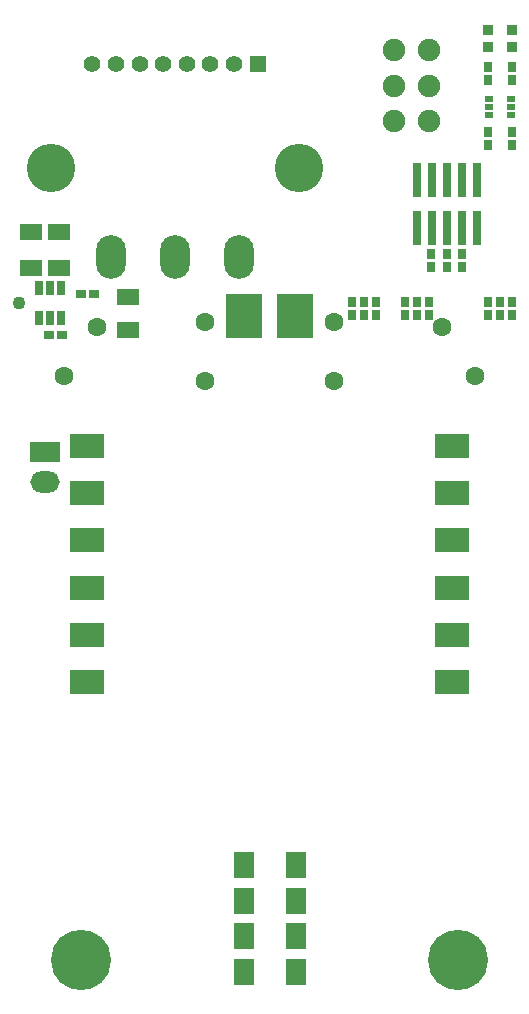
<source format=gbr>
%TF.GenerationSoftware,Altium Limited,Altium Designer,25.6.2 (33)*%
G04 Layer_Color=8388736*
%FSLAX45Y45*%
%MOMM*%
%TF.SameCoordinates,4265A882-CCA4-4A53-A555-757F884491BB*%
%TF.FilePolarity,Negative*%
%TF.FileFunction,Soldermask,Top*%
%TF.Part,Single*%
G01*
G75*
%TA.AperFunction,SMDPad,CuDef*%
%ADD80R,2.85200X2.10200*%
%ADD81R,0.75200X0.90200*%
%ADD82R,0.75000X2.86000*%
%ADD83R,3.15200X3.78200*%
%ADD84R,0.95200X0.70200*%
%ADD85R,0.70200X1.20200*%
%ADD86R,1.90200X1.40200*%
%ADD87R,0.90200X0.75200*%
%ADD88R,1.65200X2.30200*%
%ADD89C,1.10200*%
%ADD90R,0.70000X0.52000*%
%ADD91R,0.90200X0.90200*%
%TA.AperFunction,ComponentPad*%
%ADD92O,2.54200X3.70200*%
%ADD93C,1.60000*%
%ADD94C,1.90000*%
%ADD95C,4.10200*%
%ADD96C,1.41000*%
%ADD97C,5.10200*%
%ADD98C,0.10000*%
%ADD99R,1.41000X1.41000*%
%ADD100O,2.50000X1.80000*%
%ADD101R,2.50000X1.80000*%
D80*
X-1547500Y4850000D02*
D03*
Y4450000D02*
D03*
Y4050000D02*
D03*
Y3650000D02*
D03*
Y3250000D02*
D03*
Y2850000D02*
D03*
X1547500D02*
D03*
Y3250000D02*
D03*
Y3650000D02*
D03*
Y4050000D02*
D03*
Y4450000D02*
D03*
Y4850000D02*
D03*
D81*
X1850000Y7945000D02*
D03*
X2050000D02*
D03*
X1150000Y5955000D02*
D03*
X1350000D02*
D03*
X1850000D02*
D03*
X1250000D02*
D03*
X1950000D02*
D03*
X2050000D02*
D03*
X800000D02*
D03*
X900000D02*
D03*
X700000D02*
D03*
X1850000Y7505000D02*
D03*
Y7395000D02*
D03*
Y6065000D02*
D03*
X1950000D02*
D03*
X2050000D02*
D03*
X1850000Y8055000D02*
D03*
X2050000D02*
D03*
X1150000Y6065000D02*
D03*
X1250000D02*
D03*
X1350000D02*
D03*
X2050000Y7395000D02*
D03*
Y7505000D02*
D03*
X700000Y6065000D02*
D03*
X800000D02*
D03*
X900000D02*
D03*
X1370000Y6365000D02*
D03*
Y6475000D02*
D03*
X1500000Y6365000D02*
D03*
Y6475000D02*
D03*
X1630000Y6365000D02*
D03*
Y6475000D02*
D03*
D82*
X1754000Y7102000D02*
D03*
X1627000D02*
D03*
X1373000D02*
D03*
X1500000D02*
D03*
X1246000D02*
D03*
Y6698000D02*
D03*
X1373000D02*
D03*
X1500000D02*
D03*
X1627000D02*
D03*
X1754000D02*
D03*
D83*
X216000Y5950000D02*
D03*
X-216000D02*
D03*
D84*
X-1482500Y6140000D02*
D03*
X-1597500D02*
D03*
D85*
X-1860000Y5930000D02*
D03*
X-1955000D02*
D03*
X-1765000D02*
D03*
X-1955000Y6190000D02*
D03*
X-1860000D02*
D03*
X-1765000D02*
D03*
D86*
X-1200000Y5830000D02*
D03*
X-2020000Y6360000D02*
D03*
Y6660000D02*
D03*
X-1780000Y6360000D02*
D03*
Y6660000D02*
D03*
X-1200000Y6110000D02*
D03*
D87*
X-1865000Y5790000D02*
D03*
X-1755000D02*
D03*
D88*
X-220000Y700000D02*
D03*
Y400000D02*
D03*
Y1000000D02*
D03*
Y1300000D02*
D03*
X220000D02*
D03*
Y1000000D02*
D03*
Y700000D02*
D03*
Y400000D02*
D03*
D89*
X-2120000Y6060000D02*
D03*
D90*
X1855000Y7655000D02*
D03*
X2045000Y7655000D02*
D03*
Y7785000D02*
D03*
Y7720000D02*
D03*
X1855000Y7785000D02*
D03*
Y7720000D02*
D03*
D91*
X1850000Y8375000D02*
D03*
Y8225000D02*
D03*
X2050000D02*
D03*
Y8375000D02*
D03*
D92*
X-800000Y6445500D02*
D03*
X-256000D02*
D03*
X-1344000D02*
D03*
D93*
X1456606Y5854788D02*
D03*
X1743394Y5445212D02*
D03*
X550000Y5900000D02*
D03*
X-1456606Y5854788D02*
D03*
X-550000Y5900000D02*
D03*
X550000Y5400000D02*
D03*
X-550000D02*
D03*
X-1743394Y5445212D02*
D03*
D94*
X1350000Y8200000D02*
D03*
X1350000Y7900000D02*
D03*
X1350000Y7600000D02*
D03*
X1050000Y8200000D02*
D03*
Y7600000D02*
D03*
X1050000Y7900000D02*
D03*
D95*
X247000Y7200000D02*
D03*
X-1847000D02*
D03*
D96*
X-1100000Y8085000D02*
D03*
X-500000D02*
D03*
X-300000D02*
D03*
X-700000D02*
D03*
X-900000D02*
D03*
X-1300000D02*
D03*
X-1500000D02*
D03*
D97*
X-1600000Y500000D02*
D03*
X1600000D02*
D03*
D98*
X952000Y8328000D02*
D03*
D99*
X-100000Y8085000D02*
D03*
D100*
X-1900000Y4548000D02*
D03*
D101*
Y4802000D02*
D03*
%TF.MD5,c63902982b8f7d5b8e361edfa9d40f17*%
M02*

</source>
